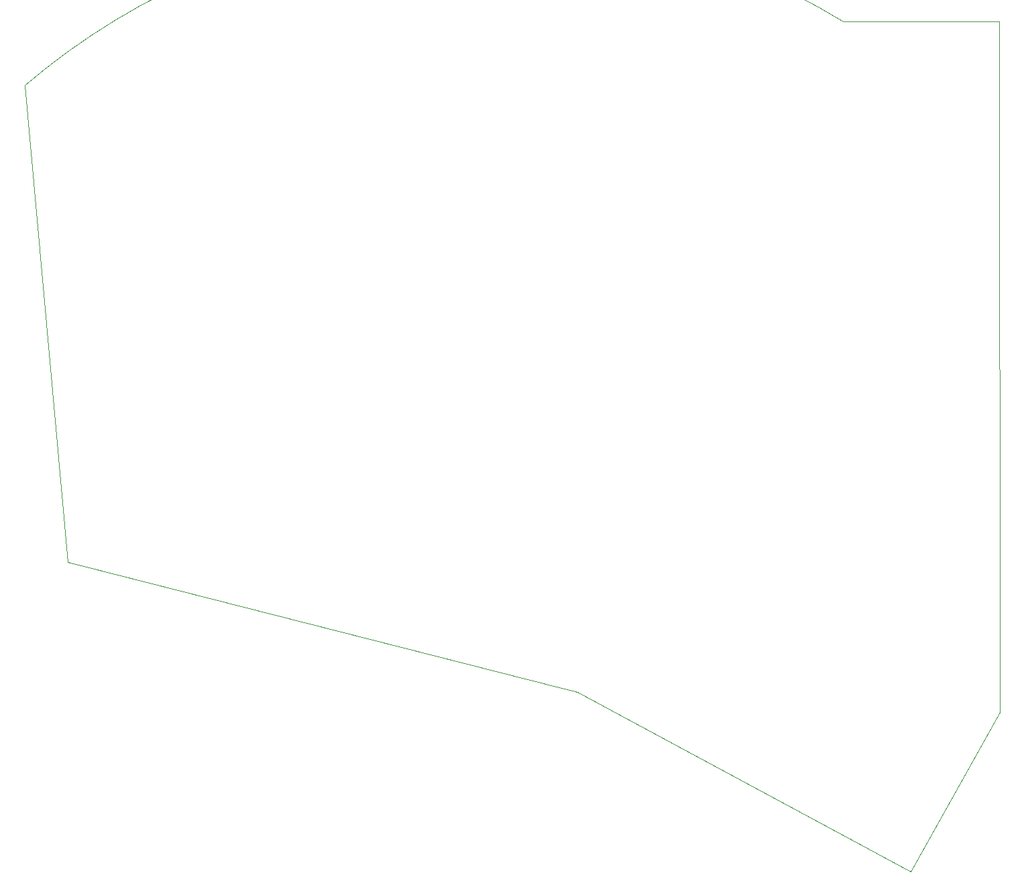
<source format=gbr>
G04 #@! TF.GenerationSoftware,KiCad,Pcbnew,(6.0.0-0)*
G04 #@! TF.CreationDate,2022-02-13T11:36:39-06:00*
G04 #@! TF.ProjectId,cockamamie,636f636b-616d-4616-9d69-652e6b696361,v1.0.0*
G04 #@! TF.SameCoordinates,Original*
G04 #@! TF.FileFunction,Profile,NP*
%FSLAX46Y46*%
G04 Gerber Fmt 4.6, Leading zero omitted, Abs format (unit mm)*
G04 Created by KiCad (PCBNEW (6.0.0-0)) date 2022-02-13 11:36:39*
%MOMM*%
%LPD*%
G01*
G04 APERTURE LIST*
G04 #@! TA.AperFunction,Profile*
%ADD10C,0.050000*%
G04 #@! TD*
G04 APERTURE END LIST*
D10*
X137610573Y-174410860D02*
X132156299Y-114234244D01*
X244003459Y-213541796D02*
X255270000Y-193420000D01*
X235515191Y-106128442D02*
G75*
G03*
X132156299Y-114234244I-46097789J-75225860D01*
G01*
X255270000Y-193420000D02*
X255208862Y-106085039D01*
X201930000Y-190880000D02*
X244003459Y-213541796D01*
X137610573Y-174410860D02*
X201930000Y-190880000D01*
X255208862Y-106085039D02*
X235515191Y-106128442D01*
M02*

</source>
